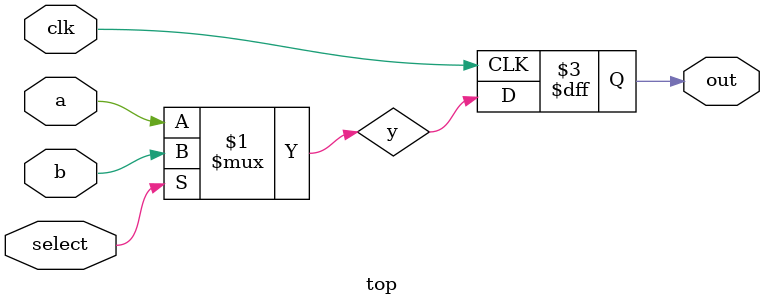
<source format=v>
/* Verilog code to demonstrate the netlist synthesis */

module top(a, b, clk, select, out);
    input a, b, clk, select;
    output out;
    reg out;
    wire y;

    assign y = (select) ? b : a;
    always @(posedge clk)
    begin
        out <= y;
    end
endmodule
</source>
